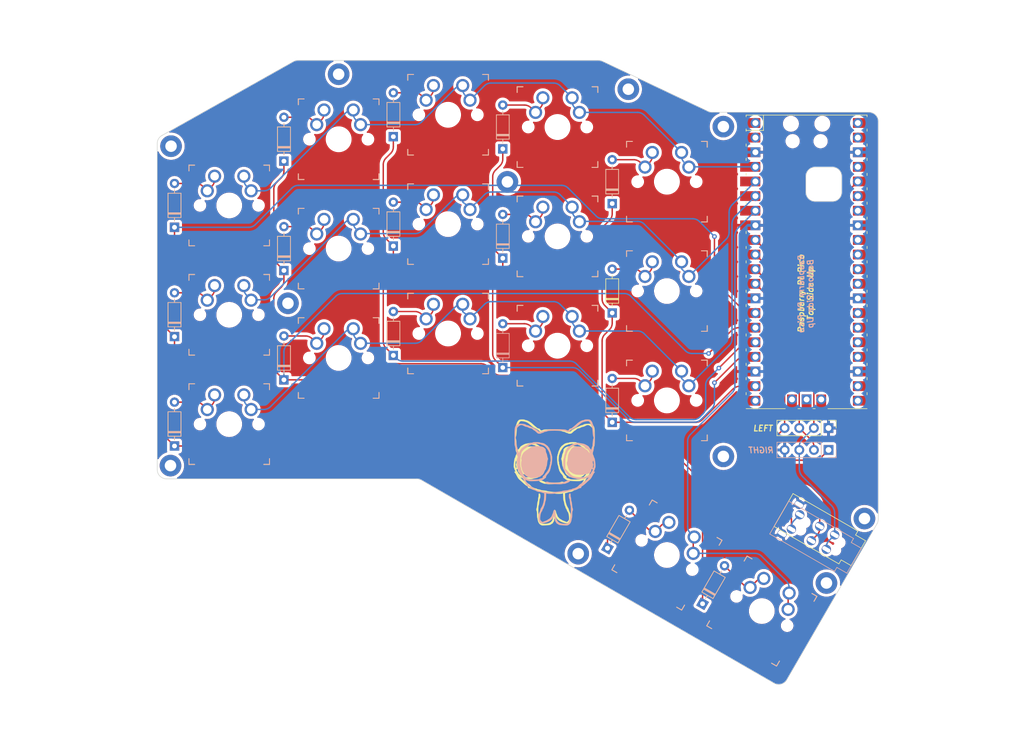
<source format=kicad_pcb>
(kicad_pcb (version 20221018) (generator pcbnew)
  (title_block (title "Eobard Split Keyboard") (date "2024-01-12") (rev "0.2.5") (company "by viniciusbrit"))
  (layers (0 "F.Cu" signal) (31 "B.Cu" signal) (34 "B.Paste" user) (35 "F.Paste" user) (36 "B.SilkS" user "B.Silkscreen") (37 "F.SilkS" user "F.Silkscreen") (38 "B.Mask" user) (39 "F.Mask" user) (44 "Edge.Cuts" user))
  (net 0 "")
  (net 1 "COL1")
  (net 2 "Net-(D1-A)")
  (net 3 "COL2")
  (net 4 "Net-(D2-A)")
  (net 5 "COL3")
  (net 6 "Net-(D3-A)")
  (net 7 "COL4")
  (net 8 "Net-(D4-A)")
  (net 9 "COL5")
  (net 10 "Net-(D5-A)")
  (net 11 "Net-(D6-A)")
  (net 12 "Net-(D7-A)")
  (net 13 "Net-(D8-A)")
  (net 14 "Net-(D9-A)")
  (net 15 "Net-(D10-A)")
  (net 16 "Net-(D11-A)")
  (net 17 "Net-(D12-A)")
  (net 18 "Net-(D13-A)")
  (net 19 "Net-(D14-A)")
  (net 20 "Net-(D15-A)")
  (net 21 "Net-(D16-A)")
  (net 22 "Net-(D17-A)")
  (net 23 "GND")
  (net 24 "UART RX")
  (net 25 "UART TX")
  (net 26 "OLED_SCL")
  (net 27 "OLED_SDA")
  (net 28 "VCC")
  (net 29 "LINE1")
  (net 30 "LINE2")
  (net 31 "LINE3")
  (net 32 "LINE4")
  (footprint "keyswitches:SW_MX_reversible" (layer "F.Cu") (at 109.5 52.695)
    (fp_text reference "SW2" hide)
    (fp_text value "SW_SPST")
  )
  (footprint "keyswitches:SW_MX_reversible" (layer "F.Cu") (at 128.5 67.445)
    (fp_text reference "SW8" hide)
    (fp_text value "SW_SPST")
  )
  (footprint "keyswitches:SW_MX_reversible" (layer "F.Cu") (at 109.5 71.695)
    (fp_text reference "SW7" hide)
    (fp_text value "SW_SPST")
  )
  (footprint "keyswitches:SW_MX_reversible" (layer "F.Cu") (at 166.5 98.07)
    (fp_text reference "SW15" hide)
    (fp_text value "SW_SPST")
  )
  (footprint "keyswitches:SW_MX_reversible" (layer "F.Cu") (at 147.5 88.57)
    (fp_text reference "SW14" hide)
    (fp_text value "SW_SPST")
  )
  (footprint "Diode_THT:D_DO-35_SOD27_P7.62mm_Horizontal" (layer "F.Cu") (at 119 71.245 90)
    (fp_text reference "D8" hide)
    (fp_text value "1N4148")
  )
  (footprint "Diode_THT:D_DO-35_SOD27_P7.62mm_Horizontal" (layer "F.Cu") (at 100 56.495 90)
    (fp_text reference "D2" hide)
    (fp_text value "1N4148")
  )
  (footprint "keyswitches:SW_MX_reversible" (layer "F.Cu") (at 147.5 50.57)
    (fp_text reference "SW4" hide)
    (fp_text value "SW_SPST")
  )
  (footprint "keyswitches:SW_MX_reversible" (layer "F.Cu") (at 147.5 69.57)
    (fp_text reference "SW9" hide)
    (fp_text value "SW_SPST")
  )
  (footprint "Diode_THT:D_DO-35_SOD27_P7.62mm_Horizontal" (layer "F.Cu") (at 119 90.245 90)
    (fp_text reference "D13" hide)
    (fp_text value "1N4148")
  )
  (footprint "Diode_THT:D_DO-35_SOD27_P7.62mm_Horizontal" (layer "F.Cu") (at 138 54.37 90)
    (fp_text reference "D4" hide)
    (fp_text value "1N4148")
  )
  (footprint "Connector_PinHeader_2.54mm:PinHeader_1x04_P2.54mm_Vertical" (layer "F.Cu") (at 194.554 102.87 -90)
    (fp_text reference "J4" hide)
    (fp_text value "LEFT SSD1306 0.91 OLED 4pin")
  )
  (footprint "keyswitches:SW_MX_reversible" (layer "F.Cu") (at 182.976 134.673 -30)
    (fp_text reference "SW17" hide)
    (fp_text value "SW_SPST")
  )
  (footprint "keyswitches:SW_MX_reversible" (layer "F.Cu") (at 90.5 64.195)
    (fp_text reference "SW1" hide)
    (fp_text value "SW_SPST")
  )
  (footprint "MCU_RaspberryPi_and_Boards:RPi_Pico_SMD_TH" (layer "F.Cu") (at 190.754 74)
    (fp_text reference "U1" hide)
    (fp_text value "Pico")
  )
  (footprint "Diode_THT:D_DO-35_SOD27_P7.62mm_Horizontal" (layer "F.Cu") (at 119 52.245 90)
    (fp_text reference "D3" hide)
    (fp_text value "1N4148")
  )
  (footprint "keyswitches:SW_MX_reversible" (layer "F.Cu") (at 90.5 83.195)
    (fp_text reference "SW6" hide)
    (fp_text value "SW_SPST")
  )
  (footprint "keyswitches:SW_MX_reversible" (layer "F.Cu") (at 109.5 90.695)
    (fp_text reference "SW12" hide)
    (fp_text value "SW_SPST")
  )
  (footprint "keyswitches:SW_MX_reversible" (layer "F.Cu") (at 166.5 79.07)
    (fp_text reference "SW10" hide)
    (fp_text value "SW_SPST")
  )
  (footprint "Diode_THT:D_DO-35_SOD27_P7.62mm_Horizontal" (layer "F.Cu") (at 81 67.995 90)
    (fp_text reference "D1" hide)
    (fp_text value "1N4148")
  )
  (footprint "Diode_THT:D_DO-35_SOD27_P7.62mm_Horizontal" (layer "F.Cu") (at 81 86.995 90)
    (fp_text reference "D6" hide)
    (fp_text value "1N4148")
  )
  (footprint "keyswitches:SW_MX_reversible" (layer "F.Cu") (at 128.5 86.445)
    (fp_text reference "SW13" hide)
    (fp_text value "SW_SPST")
  )
  (footprint "Diode_THT:D_DO-35_SOD27_P7.62mm_Horizontal" (layer "F.Cu") (at 100 75.495 90)
    (fp_text reference "D7" hide)
    (fp_text value "1N4148")
  )
  (footprint "PJ-320A_Library:PJ-320A" (layer "F.Cu") (at 198.638234 126.524488 150)
    (fp_text reference "J3" hide)
    (fp_text value "UART Jack Right")
  )
  (footprint "Diode_THT:D_DO-35_SOD27_P7.62mm_Horizontal" (layer "F.Cu") (at 157 101.87 90)
    (fp_text reference "D15" hide)
    (fp_text value "1N4148")
  )
  (footprint "Diode_THT:D_DO-35_SOD27_P7.62mm_Horizontal" (layer "F.Cu") (at 138 73.37 90)
    (fp_text reference "D9" hide)
    (fp_text value "1N4148")
  )
  (footprint "Eobard-SVG-Files:ADHD-Creature" (layer "F.Cu") (at 147 110)
    (fp_text reference "G***" hide)
    (fp_text value "LOGO" hide)
  )
  (footprint "keyswitches:SW_MX_reversible" (layer "F.Cu") (at 166.5 124.94 -30)
    (fp_text reference "SW16" hide)
    (fp_text value "SW_SPST")
  )
  (footprint "Diode_THT:D_DO-35_SOD27_P7.62mm_Horizontal" (layer "F.Cu") (at 157 82.87 90)
    (fp_text reference "D10" hide)
    (fp_text value "1N4148")
  )
  (footprint "Diode_THT:D_DO-35_SOD27_P7.62mm_Horizontal" (layer "F.Cu") (at 81 105.995 90)
    (fp_text reference "D11" hide)
    (fp_text value "1N4148")
  )
  (footprint "keyswitches:SW_MX_reversible" (layer "F.Cu") (at 90.5 102.195)
    (fp_text reference "SW11" hide)
    (fp_text value "SW_SPST")
  )
  (footprint "Diode_THT:D_DO-35_SOD27_P7.62mm_Horizontal" (layer "F.Cu") (at 157 63.87 90)
    (fp_text reference "D5" hide)
    (fp_text value "1N4148" hide)
  )
  (footprint "keyswitches:SW_MX_reversible" (layer "F.Cu") (at 128.5 48.445)
    (fp_text reference "SW3" hide)
    (fp_text value "SW_SPST")
  )
  (footprint "Diode_THT:D_DO-35_SOD27_P7.62mm_Horizontal" (layer "F.Cu") (at 100 94.495 90)
    (fp_text reference "D12" hide)
    (fp_text value "1N4148")
  )
  (footprint "Diode_THT:D_DO-35_SOD27_P7.62mm_Horizontal" (layer "F.Cu") (at 172.689 133.400557 60)
    (fp_text reference "D17" hide)
    (fp_text value "1N4148")
  )
  (footprint "Diode_THT:D_DO-35_SOD27_P7.62mm_Horizontal" (layer "F.Cu") (at 156.179 123.748557 60)
    (fp_text reference "D16" hide)
    (fp_text value "1N4148")
  )
  (footprint "keyswitches:SW_MX_reversible" (layer "F.Cu") (at 166.5 60.07)
    (fp_text reference "SW5" hide)
    (fp_text value "SW_SPST")
  )
  (footprint "Diode_THT:D_DO-35_SOD27_P7.62mm_Horizontal" (layer "B.Cu") (at 138 73.37 90)
    (fp_text reference "D9" hide)
    (fp_text value "1N4148")
  )
  (footprint "Diode_THT:D_DO-35_SOD27_P7.62mm_Horizontal" (layer "B.Cu") (at 172.689 133.400557 60)
    (fp_text reference "D17" hide)
    (fp_text value "1N4148")
  )
  (footprint "Diode_THT:D_DO-35_SOD27_P7.62mm_Horizontal" (layer "B.Cu") (at 157 63.87 90)
    (fp_text reference "D5" hide)
    (fp_text value "1N4148" hide)
  )
  (footprint "Diode_THT:D_DO-35_SOD27_P7.62mm_Horizontal" (layer "B.Cu") (at 156.179 123.748557 60)
    (fp_text reference "D16" hide)
    (fp_text value "1N4148")
  )
  (footprint "Diode_THT:D_DO-35_SOD27_P7.62mm_Horizontal" (layer "B.Cu") (at 81 67.995 90)
    (fp_text reference "D1" hide)
    (fp_text value "1N4148")
  )
  (footprint "Diode_THT:D_DO-35_SOD27_P7.62mm_Horizontal" (layer "B.Cu") (at 119 52.245 90)
    (fp_text reference "D3" hide)
    (fp_text value "1N4148")
  )
  (footprint "Diode_THT:D_DO-35_SOD27_P7.62mm_Horizontal" (layer "B.Cu") (at 81 105.995 90)
    (fp_text reference "D11" hide)
    (fp_text value "1N4148")
  )
  (footprint "Diode_THT:D_DO-35_SOD27_P7.62mm_Horizontal" (layer "B.Cu") (at 100 75.495 90)
    (fp_text reference "D7" hide)
    (fp_text value "1N4148")
  )
  (footprint "Diode_THT:D_DO-35_SOD27_P7.62mm_Horizontal" (layer "B.Cu") (at 138 54.37 90)
    (fp_text reference "D4" hide)
    (fp_text value "1N4148")
  )
  (footprint "Diode_THT:D_DO-35_SOD27_P7.62mm_Horizontal" (layer "B.Cu") (at 119 90.245 90)
    (fp_text reference "D13" hide)
    (fp_text value "1N4148")
  )
  (footprint "Eobard-SVG-Files:ADHD-Creature" (layer "B.Cu") (at 147 110 180)
    (fp_text reference "G***" hide)
    (fp_text value "LOGO" hide)
  )
  (footprint "Diode_THT:D_DO-35_SOD27_P7.62mm_Horizontal" (layer "B.Cu") (at 81 86.995 90)
    (fp_text reference "D6" hide)
    (fp_text value "1N4148")
  )
  (footprint "Connector_PinHeader_2.54mm:PinHeader_1x04_P2.54mm_Vertical" (layer "B.Cu") (at 194.564 106.68 90)
    (fp_text reference "J2" hide)
    (fp_text value "RIGHT SSD1306 0.91 OLED 4pin")
  )
  (footprint "Diode_THT:D_DO-35_SOD27_P7.62mm_Horizontal" (layer "B.Cu") (at 157 101.87 90)
    (fp_text reference "D15" hide)
    (fp_text value "1N4148")
  )
  (footprint "Diode_THT:D_DO-35_SOD27_P7.62mm_Horizontal" (layer "B.Cu") (at 100 56.495 90)
    (fp_text reference "D2" hide)
    (fp_text value "1N4148")
  )
  (footprint "Diode_THT:D_DO-35_SOD27_P7.62mm_Horizontal" (layer "B.Cu") (at 138 92.37 90)
    (fp_text reference "D14" hide)
    (fp_text value "1N4148")
  )
  (footprint "Diode_THT:D_DO-35_SOD27_P7.62mm_Horizontal" (layer "B.Cu") (at 119 71.245 90)
    (fp_text reference "D8" hide)
    (fp_text value "1N4148")
  )
  (footprint "Diode_THT:D_DO-35_SOD27_P7.62mm_Horizontal" (layer "B.Cu") (at 100 94.495 90)
    (fp_text reference "D12" hide)
    (fp_text value "1N4148")
  )
  (footprint "PJ-320A_Library:PJ-320A" (layer "B.Cu") (at 200.088234 124.014488 150)
    (fp_text reference "J1" hide)
    (fp_text value "UART JACK LEFT")
  )
  (gr_line (start 154.637575 39) (end 102.421741 39) (stroke (width 0.1)) (layer "Edge.Cuts"))
  (gr_line (start 195.24 63.5) (end 192.237 63.5) (stroke (width 0.1)) (layer "Edge.Cuts"))
  (gr_arc (start 201.59 48.006) (mid 202.728442 48.477558) (end 203.2 49.616) (stroke (width 0.1)) (layer "Edge.Cuts"))
  (gr_arc (start 195.24 57.531) (mid 196.378442 58.002558) (end 196.85 59.141) (stroke (width 0.1)) (layer "Edge.Cuts"))
  (gr_line (start 187.304751 146.6086) (end 202.983682 119.50001) (stroke (width 0.1)) (layer "Edge.Cuts"))
  (gr_line (start 203.2 118.693939) (end 203.2 49.616) (stroke (width 0.1)) (layer "Edge.Cuts"))
  (gr_line (start 192.237 57.531) (end 195.24 57.531) (stroke (width 0.1)) (layer "Edge.Cuts"))
  (gr_arc (start 187.304751 146.6086) (mid 186.327847 147.357648) (end 185.107283 147.19753) (stroke (width 0.1)) (layer "Edge.Cuts"))
  (gr_line (start 79.61 111.7) (end 123.069353 111.7) (stroke (width 0.1)) (layer "Edge.Cuts"))
  (gr_line (start 190.627 61.89) (end 190.627 59.141) (stroke (width 0.1)) (layer "Edge.Cuts"))
  (gr_arc (start 190.627 59.141) (mid 191.098558 58.002558) (end 192.237 57.531) (stroke (width 0.1)) (layer "Edge.Cuts"))
  (gr_line (start 185.107283 147.19753) (end 123.873139 111.914999) (stroke (width 0.1)) (layer "Edge.Cuts"))
  (gr_arc (start 203.2 118.693939) (mid 203.144971 119.111231) (end 202.983682 119.50001) (stroke (width 0.1)) (layer "Edge.Cuts"))
  (gr_arc (start 174.352425 48.006) (mid 173.998846 47.9667) (end 173.662534 47.8507) (stroke (width 0.1)) (layer "Edge.Cuts"))
  (gr_arc (start 123.069353 111.7) (mid 123.485375 111.754678) (end 123.873139 111.914999) (stroke (width 0.1)) (layer "Edge.Cuts"))
  (gr_arc (start 79.61 111.7) (mid 78.471558 111.228442) (end 78 110.09) (stroke (width 0.1)) (layer "Edge.Cuts"))
  (gr_arc (start 196.85 61.89) (mid 196.378442 63.028442) (end 195.24 63.5) (stroke (width 0.1)) (layer "Edge.Cuts"))
  (gr_line (start 101.63242 39.206763) (end 78.82068 52.038368) (stroke (width 0.1)) (layer "Edge.Cuts"))
  (gr_arc (start 101.63242 39.206763) (mid 102.013766 39.052558) (end 102.421741 39) (stroke (width 0.1)) (layer "Edge.Cuts"))
  (gr_arc (start 78 53.441604) (mid 78.220233 52.628802) (end 78.82068 52.038368) (stroke (width 0.1)) (layer "Edge.Cuts"))
  (gr_arc (start 154.637575 39) (mid 154.991154 39.0393) (end 155.327466 39.1553) (stroke (width 0.1)) (layer "Edge.Cuts"))
  (gr_line (start 173.662534 47.8507) (end 155.327466 39.1553) (stroke (width 0.1)) (layer "Edge.Cuts"))
  (gr_line (start 78 53.441604) (end 78 110.09) (stroke (width 0.1)) (layer "Edge.Cuts"))
  (gr_line (start 196.85 59.141) (end 196.85 61.89) (stroke (width 0.1)) (layer "Edge.Cuts"))
  (gr_line (start 201.59 48.006) (end 174.352425 48.006) (stroke (width 0.1)) (layer "Edge.Cuts"))
  (gr_arc (start 192.237 63.5) (mid 191.098558 63.028442) (end 190.627 61.89) (stroke (width 0.1)) (layer "Edge.Cuts"))
  (gr_text "RIGHT" (at 185.166 107.315) (layer "B.SilkS") (effects (font (size 1 1) (thickness 0.2) bold italic) (justify left bottom mirror)))
  (gr_text "Raspberry Pi Pico\nBottom Side Up" (at 192 79.5 90) (layer "B.SilkS") (effects (font (size 1 1) (thickness 0.2) bold italic) (justify bottom mirror)))
  (gr_text "LEFT" (at 181.356 103.505) (layer "F.SilkS") (effects (font (size 1 1) (thickness 0.2) bold italic) (justify left bottom)))
  (gr_text "Raspberry Pi Pico\nTop Side Up" (at 192 79.5 90) (layer "F.SilkS") (effects (font (size 1 1) (thickness 0.2) bold italic) (justify bottom)))
  (via (at 176.3 107.8) (size 3.75) (drill 2) (layers "F.Cu" "B.Cu") (net 0))
  (via (at 100.7 81.2) (size 3.75) (drill 2) (layers "F.Cu" "B.Cu") (net 0))
  (via (at 194.2 129.8) (size 3.75) (drill 2) (layers "F.Cu" "B.Cu") (net 0))
  (via (at 159.8 44) (size 3.75) (drill 2) (layers "F.Cu" "B.Cu") (net 0))
  (via (at 151.1 124.7) (size 3.75) (drill 2) (layers "F.Cu" "B.Cu") (net 0))
  (via (at 176.3 50.5) (size 3.75) (drill 2) (layers "F.Cu" "B.Cu") (net 0))
  (via (at 80.3 109.4) (size 3.75) (drill 2) (layers "F.Cu" "B.Cu") (net 0))
  (via (at 138.8 60.1) (size 3.75) (drill 2) (layers "F.Cu" "B.Cu") (net 0))
  (via (at 80.4 53.9) (size 3.75) (drill 2) (layers "F.Cu" "B.Cu") (net 0))
  (via (at 109.5 41.4) (size 3.75) (drill 2) (layers "F.Cu" "B.Cu") (net 0))
  (via (at 200.8 118.6) (size 3.75) (drill 2) (layers "F.Cu" "B.Cu") (net 0))
  (segment (start 181.082427 82.89) (end 181.864 82.89) (width 0.25) (layer "F.Cu") (net 1))
  (segment (start 81 69.767116) (end 81 67.995) (width 0.25) (layer "F.Cu") (net 1))
  (segment (start 137.444488 94.234) (end 145.25472 94.234) (width 0.25) (layer "F.Cu") (net 1))
  (segment (start 174.752 69.596) (end 174.752 76.559573) (width 0.25) (layer "F.Cu") (net 1))
  (segment (start 81 105.995) (end 79.719558 104.714558) (width 0.25) (layer "F.Cu") (net 1))
  (segment (start 105.179568 94.996) (end 114.649116 94.996) (width 0.25) (layer "F.Cu") (net 1))
  (segment (start 93.985242 105.523442) (end 104.041126 95.467558) (width 0.25) (layer "F.Cu") (net 1))
  (segment (start 135.217162 92.673558) (end 136.306046 93.762442) (width 0.25) (layer "F.Cu") (net 1))
  (segment (start 79.719558 90.714442) (end 80.528442 89.905558) (width 0.25) (layer "F.Cu") (net 1))
  (segment (start 175.337787 77.973787) (end 179.668214 82.304214) (width 0.25) (layer "F.Cu") (net 1))
  (segment (start 115.787558 94.524442) (end 117.638442 92.673558) (width 0.25) (layer "F.Cu") (net 1))
  (segment (start 79.719558 71.714442) (end 80.528442 70.905558) (width 0.25) (layer "F.Cu") (net 1))
  (segment (start 118.776884 92.202) (end 134.07872 92.202) (width 0.25) (layer "F.Cu") (net 1))
  (segment (start 79.248 84.576116) (end 79.248 72.852884) (width 0.25) (layer "F.Cu") (net 1))
  (segment (start 79.248 103.576116) (end 79.248 91.852884) (width 0.25) (layer "F.Cu") (net 1))
  (segment (start 81 86.995) (end 79.719558 85.714558) (width 0.25) (layer "F.Cu") (net 1))
  (segment (start 146.393162 94.705558) (end 155.707442 104.019838) (width 0.25) (layer "F.Cu") (net 1))
  (segment (start 81 88.767116) (end 81 86.995) (width 0.25) (layer "F.Cu") (net 1))
  (segment (start 156.179 105.15828) (end 156.179 123.748557) (width 0.25) (layer "F.Cu") (net 1))
  (segment (start 81 105.995) (end 92.8468 105.995) (width 0.25) (layer "F.Cu") (net 1))
  (via (at 174.752 69.596) (size 0.8) (drill 0.4) (layers "F.Cu" "B.Cu") (net 1))
  (arc (start 115.787558 94.524442) (mid 115.265236 94.873446) (end 114.649116 94.996) (width 0.25) (layer "F.Cu") (net 1))
  (arc (start 145.25472 94.234) (mid 145.87084 94.356554) (end 146.393162 94.705558) (width 0.25) (layer "F.Cu") (net 1))
  (arc (start 79.719558 71.714442) (mid 79.370554 72.236764) (end 79.248 72.852884) (width 0.25) (layer "F.Cu") (net 1))
  (arc (start 179.668214 82.304214) (mid 180.31706 82.737759) (end 181.082427 82.89) (width 0.25) (layer "F.Cu") (net 1))
  (arc (start 174.752 76.559573) (mid 174.904241 77.32494) (end 175.337787 77.973787) (width 0.25) (layer "F.Cu") (net 1))
  (arc (start 105.179568 94.996) (mid 104.563448 95.118554) (end 104.041126 95.467558) (width 0.25) (layer "F.Cu") (net 1))
  (arc (start 117.638442 92.673558) (mid 118.160764 92.324554) (end 118.776884 92.202) (width 0.25) (layer "F.Cu") (net 1))
  (arc (start 134.07872 92.202) (mid 134.69484 92.324554) (end 135.217162 92.673558) (width 0.25) (layer "F.Cu") (net 1))
  (arc (start 79.719558 104.714558) (mid 79.370554 104.192236) (end 79.248 103.576116) (width 0.25) (layer "F.Cu") (net 1))
  (arc (start 93.985242 105.523442) (mid 93.46292 105.872446) (end 92.8468 105.995) (width 0.25) (layer "F.Cu") (net 1))
  (arc (start 79.248 91.852884) (mid 79.370554 91.236764) (end 79.719558 90.714442) (width 0.25) (layer "F.Cu") (net 1))
  (arc (start 80.528442 70.905558) (mid 80.877446 70.383236) (end 81 69.767116) (width 0.25) (layer "F.Cu") (net 1))
  (arc (start 156.179 105.15828) (mid 156.056446 104.54216) (end 155.707442 104.019838) (width 0.25) (layer "F.Cu") (net 1))
  (arc (start 79.719558 85.714558) (mid 79.370554 85.192236) (end 79.248 84.576116) (width 0.25) (layer "F.Cu") (net 1))
  (arc (start 137.444488 94.234) (mid 136.828368 94.111446) (end 136.306046 93.762442) (width 0.25) (layer "F.Cu") (net 1))
  (arc (start 81 88.767116) (mid 80.877446 89.383236) (end 80.528442 89.905558) (width 0.25) (layer "F.Cu") (net 1))
  (segment (start 149.350558 61.177558) (end 154.214442 66.041442) (width 0.25) (layer "B.Cu") (net 1))
  (segment (start 102.520884 60.706) (end 138.176 60.706) (width 0.25) (layer "B.Cu") (net 1))
  (segment (start 101.346 61.214) (end 101.382442 61.177558) (width 0.25) (layer "B.Cu") (net 1))
  (segment (start 81 67.995) (end 93.898116 67.995) (width 0.25) (layer "B.Cu") (net 1))
  (segment (start 95.036558 67.523442) (end 101.346 61.214) (width 0.25) (layer "B.Cu") (net 1))
  (segment (start 138.176 60.706) (end 148.212116 60.706) (width 0.25) (layer "B.Cu") (net 1))
  (segment (start 155.352884 66.513) (end 171.002116 66.513) (width 0.25) (layer "B.Cu") (net 1))
  (segment (start 172.140558 66.984558) (end 174.752 69.596) (width 0.25) (layer "B.Cu") (net 1))
  (arc (start 102.520884 60.706) (mid 101.904764 60.828554) (end 101.382442 61.177558) (width 0.25) (layer "B.Cu") (net 1))
  (arc (start 155.352884 66.513) (mid 154.736764 66.390446) (end 154.214442 66.041442) (width 0.25) (layer "B.Cu") (net 1))
  (arc (start 148.212116 60.706) (mid 148.828236 60.828554) (end 149.350558 61.177558) (width 0.25) (layer "B.Cu") (net 1))
  (arc (start 172.140558 66.984558) (mid 171.618236 66.635554) (end 171.002116 66.513) (width 0.25) (layer "B.Cu") (net 1))
  (arc (start 95.036558 67.523442) (mid 94.514236 67.872446) (end 93.898116 67.995) (width 0.25) (layer "B.Cu") (net 1))
  (segment (start 87.96 59.718116) (end 87.96 59.115) (width 0.25) (layer "F.Cu") (net 2))
  (segment (start 86.69 61.655) (end 87.488442 60.856558) (width 0.25) (layer "F.Cu") (net 2))
  (segment (start 85.881558 60.846558) (end 86.69 61.655) (width 0.25) (layer "F.Cu") (net 2))
  (segment (start 81 60.375) (end 84.743116 60.375) (width 0.25) (layer "F.Cu") (net 2))
  (arc (start 85.881558 60.846558) (mid 85.359236 60.497554) (end 84.743116 60.375) (width 0.25) (layer "F.Cu") (net 2))
  (arc (start 87.488442 60.856558) (mid 87.837446 60.334236) (end 87.96 59.718116) (width 0.25) (layer "F.Cu") (net 2))
  (segment (start 100 94.495) (end 98.719558 93.214558) (width 0.25) (layer "F.Cu") (net 3))
  (segment (start 100 77.267116) (end 100 75.495) (width 0.25) (layer "F.Cu") (net 3))
  (segment (start 155.230442 102.906442) (end 146.521558 94.197558) (width 0.25) (layer "F.Cu") (net 3))
  (segment (start 98.719558 60.214442) (end 99.528442 59.405558) (width 0.25) (layer "F.Cu") (net 3))
  (segment (start 134.207116 91.694) (end 118.522884 91.694) (width 0.25) (layer "F.Cu") (net 3))
  (segment (start 136.434442 93.254442) (end 135.345558 92.165558) (width 0.25) (layer "F.Cu") (net 3))
  (segment (start 163.163116 103.378) (end 156.368884 103.378) (width 0.25) (layer "F.Cu") (net 3))
  (segment (start 100 75.495) (end 98.719558 74.214558) (width 0.25) (layer "F.Cu") (net 3))
  (segment (start 114.388116 94.495) (end 100 94.495) (width 0.25) (layer "F.Cu") (net 3))
  (segment (start 98.719558 79.214442) (end 99.528442 78.405558) (width 0.25) (layer "F.Cu") (net 3))
  (segment (start 145.383116 93.726) (end 137.572884 93.726) (width 0.25) (layer "F.Cu") (net 3))
  (segment (start 179.050427 85.43) (end 181.864 85.43) (width 0.25) (layer "F.Cu") (net 3))
  (segment (start 172.689 133.400557) (end 172.689 112.903884) (width 0.25) (layer "F.Cu") (net 3))
  (segment (start 173.736 89.916) (end 177.636214 86.015786) (width 0.25) (layer "F.Cu") (net 3))
  (segment (start 98.248 73.076116) (end 98.248 61.352884) (width 0.25) (layer "F.Cu") (net 3))
  (segment (start 100 58.267116) (end 100 56.495) (width 0.25) (layer "F.Cu") (net 3))
  (segment (start 117.384442 92.165558) (end 115.526558 94.023442) (width 0.25) (layer "F.Cu") (net 3))
  (segment (start 172.217442 111.765442) (end 164.301558 103.849558) (width 0.25) (layer "F.Cu") (net 3))
  (segment (start 98.248 92.076116) (end 98.248 80.352884) (width 0.25) (layer "F.Cu") (net 3))
  (via (at 173.736 89.916) (size 0.8) (drill 0.4) (layers "F.Cu" "B.Cu") (net 3))
  (arc (start 98.719558 74.214558) (mid 98.370554 73.692236) (end 98.248 73.076116) (width 0.25) (layer "F.Cu") (net 3))
  (arc (start 155.230442 102.906442) (mid 155.752764 103.255446) (end 156.368884 103.378) (width 0.25) (layer "F.Cu") (net 3))
  (arc (start 179.050427 85.43) (mid 178.28506 85.582241) (end 177.636214 86.015786) (width 0.25) (layer "F.Cu") (net 3))
  (arc (start 98.248 61.352884) (mid 98.370554 60.736764) (end 98.719558 60.214442) (width 0.25) (layer "F.Cu") (net 3))
  (arc (start 98.719558 93.214558) (mid 98.370554 92.692236) (end 98.248 92.076116) (width 0.25) (layer "F.Cu") (net 3))
  (arc (start 100 77.267116) (mid 99.877446 77.883236) (end 99.528442 78.405558) (width 0.25) (layer "F.Cu") (net 3))
  (arc (start 118.522884 91.694) (mid 117.906764 91.816554) (end 117.384442 92.165558) (width 0.25) (layer "F.Cu") (net 3))
  (arc (start 98.248 80.352884) (mid 98.370554 79.736764) (end 98.719558 79.214442) (width 0.25) (layer "F.Cu") (net 3))
  (arc (start 172.217442 111.765442) (mid 172.566446 112.287764) (end 172.689 112.903884) (width 0.25) (layer "F.Cu") (net 3))
  (arc (start 145.383116 93.726) (mid 145.999236 93.848554) (end 146.521558 94.197558) (width 0.25) (layer "F.Cu") (net 3))
  (arc (start 164.301558 103.849558) (mid 163.779236 103.500554) (end 163.163116 103.378) (width 0.25) (layer "F.Cu") (net 3))
  (arc (start 134.207116 91.694) (mid 134.823236 91.816554) (end 135.345558 92.165558) (width 0.25) (layer "F.Cu") (net 3))
  (arc (start 114.388116 94.495) (mid 115.004236 94.372446) (end 115.526558 94.023442) (width 0.25) (layer "F.Cu") (net 3))
  (arc (start 100 58.267116) (mid 99.877446 58.883236) (end 99.528442 59.405558) (width 0.25) (layer "F.Cu") (net 3))
  (arc (start 137.572884 93.726) (mid 136.956764 93.603446) (end 136.434442 93.254442) (width 0.25) (layer "F.Cu") (net 3))
  (segment (start 170.846884 89.916) (end 173.736 89.916) (width 0.25) (layer "B.Cu") (net 3))
  (segment (start 100 94.495) (end 100 89.642884) (width 0.25) (layer "B.Cu") (net 3))
  (segment (start 160.237558 79.973558) (end 169.708442 89.444442) (width 0.25) (layer "B.Cu") (net 3))
  (segment (start 100.471558 88.504442) (end 103.378 85.598) (width 0.25) (layer "B.Cu") (net 3))
  (segment (start 103.378 85.598) (end 109.002442 79.973558) (width 0.25) (layer "B.Cu") (net 3))
  (segment (start 144.272 79.502) (end 159.099116 79.502) (width 0.25) (layer "B.Cu") (net 3))
  (segment (start 110.140884 79.502) (end 144.272 79.502) (width 0.25) (layer "B.Cu") (net 3))
  (arc (start 159.099116 79.502) (mid 159.715236 79.624554) (end 160.237558 79.973558) (width 0.25) (layer "B.Cu") (net 3))
  (arc (start 169.708442 89.444442) (mid 170.230764 89.793446) (end 170.846884 89.916) (width 0.25) (layer "B.Cu") (net 3))
  (arc (start 100.471558 88.504442) (mid 100.122554 89.026764) (end 100 89.642884) (width 0.25) (layer "B.Cu") (net 3))
  (arc (start 109.002442 79.973558) (mid 109.524764 79.624554) (end 110.140884 79.502) (width 0.25) (layer "B.Cu") (net 3))
  (segment (start 104.881558 49.346558) (end 105.69 50.155) (width 0.25) (layer "F.Cu") (net 4))
  (segment (start 100 48.875) (end 103.743116 48.875) (width 0.25) (layer "F.Cu") (net 4))
  (segment (start 105.69 50.155) (end 106.488442 49.356558) (width 0.25) (layer "F.Cu") (net 4))
  (segment (start 106.96 48.218116) (end 106.96 47.615) (width 0.25) (layer "F.Cu") (net 4))
  (arc (start 103.743116 48.875) (mid 104.359236 48.997554) (end 104.881558 49.346558) (width 0.25) (layer "F.Cu") (net 4))
  (arc (start 106.96 48.218116) (mid 106.837446 48.834236) (end 106.488442 49.356558) (width 0.25) (layer "F.Cu") (net 4))
  (segment (start 117.719558 74.964442) (end 118.528442 74.155558) (width 0.25) (layer "F.Cu") (net 5))
  (segment (start 119 54.017116) (end 119 52.245) (width 0.25) (layer "F.Cu") (net 5))
  (segment (start 180.828427 87.97) (end 181.864 87.97) (width 0.25) (layer "F.Cu") (net 5))
  (segment (start 117.248 68.826116) (end 117.248 57.102884) (width 0.25) (layer "F.Cu") (net 5))
  (segment (start 119 90.245) (end 117.719558 88.964558) (width 0.25) (layer "F.Cu") (net 5))
  (segment (start 119 71.245) (end 117.719558 69.964558) (width 0.25) (layer "F.Cu") (net 5))
  (segment (start 119 73.017116) (end 119 71.245) (width 0.25) (layer "F.Cu") (net 5))
  (segment (start 117.248 87.826116) (end 117.248 76.102884) (width 0.25) (layer "F.Cu") (net 5))
  (segment (start 175.514 92.456) (end 179.414214 88.555786) (width 0.25) (layer "F.Cu") (net 5))
  (segment (start 117.719558 55.964442) (end 118.528442 55.155558) (width 0.25) (layer "F.Cu") (net 5))
  (via (at 175.514 92.456) (size 0.8) (drill 0.4) (layers "F.Cu" "B.Cu") (net 5))
  (arc (start 119 73.017116) (mid 118.877446 73.633236) (end 118.528442 74.155558) (width 0.25) (layer "F.Cu") (net 5))
  (arc (start 179.414214 88.555786) (mid 180.06306 88.122241) (end 180.828427 87.97) (width 0.25) (layer "F.Cu") (net 5))
  (arc (start 117.719558 69.964558) (mid 117.370554 69.442236) (end 117.248 68.826116) (width 0.25) (layer "F.Cu") (net 5))
  (arc (start 119 54.017116) (mid 118.877446 54.633236) (end 118.528442 55.155558) (width 0.25) (layer "F.Cu") (net 5))
  (arc (start 117.248 76.102884) (mid 117.370554 75.486764) (end 117.719558 74.964442) (width 0.25) (layer "F.Cu") (net 5))
  (arc (start 117.719558 88.964558) (mid 117.370554 88.442236) (end 117.248 87.826116) (width 0.25) (layer "F.Cu") (net 5))
  (arc (start 117.248 57.102884) (mid 117.370554 56.486764) (end 117.719558 55.964442) (width 0.25) (layer "F.Cu") (net 5))
  (segment (start 150.772954 91.716558) (end 159.988838 100.932442) (width 0.25) (layer "B.Cu") (net 5))
  (segment (start 173.699558 94.270442) (end 175.514 92.456) (width 0.25) (layer "B.Cu") (net 5))
  (segment (start 172.243162 100.932442) (end 172.756442 100.419162) (width 0.25) (layer "B.Cu") (net 5))
  (segment (start 173.228 99.28072) (end 173.228 95.408884) (width 0.25) (layer "B.Cu") (net 5))
  (segment (start 120.666884 91.245) (end 149.634512 91.245) (width 0.25) (layer "B.Cu") (net 5))
  (segment (start 119 90.245) (end 119.528442 90.773442) (width 0.25) (layer "B.Cu") (net 5))
  (segment (start 161.12728 101.404) (end 171.10472 101.404) (width 0.25) (layer "B.Cu") (net 5))
  (arc (start 171.10472 101.404) (mid 171.72084 101.281446) (end 172.243162 100.932442) (width 0.25) (layer "B.Cu") (net 5))
  (arc (start 120.666884 91.245) (mid 120.050764 91.122446) (end 119.528442 90.773442) (width 0.25) (layer "B.Cu") (net 5))
  (arc (start 159.988838 100.932442) (mid 160.51116 101.281446) (end 161.12728 101.404) (width 0.25) (layer "B.Cu") (net 5))
  (arc (start 173.228 95.408884) (mid 173.350554 94.792764) (end 173.699558 94.270442) (width 0.25) (layer "B.Cu") (net 5))
  (arc (start 173.228 99.28072) (mid 173.105446 99.89684) (end 172.756442 100.419162) (width 0.25) (layer "B.Cu") (net 5))
  (arc (start 150.772954 91.716558) (mid 150.250632 91.367554) (end 149.634512 91.245) (width 0.25) (layer "B.Cu") (net 5))
  (segment (start 124.69 45.905) (end 125.488442 45.106558) (width 0.25) (layer "F.Cu") (net 6))
  (segment (start 119 44.625) (end 122.743116 44.625) (width 0.25) (layer "F.Cu") (net 6))
  (segment (start 125.96 43.968116) (end 125.96 43.365) (width 0.25) (layer "F.Cu") (net 6))
  (segment (start 123.881558 45.096558) (end 124.69 45.905) (width 0.25) (layer "F.Cu") (net 6))
  (arc (start 122.743116 44.625) (mid 123.359236 44.747554) (end 123.881558 45.096558) (width 0.25) (layer "F.Cu") (net 6))
  (arc (start 125.96 43.968116) (mid 125.837446 44.584236) (end 125.488442 45.106558) (width 0.25) (layer "F.Cu") (net 6))
  (segment (start 180.066427 90.51) (end 181.864 90.51) (width 0.25) (layer "F.Cu") (net 7))
  (segment (start 136.248 89.951116) (end 136.248 78.227884) (width 0.25) (layer "F.Cu") (net 7))
  (segment (start 136.248 70.951116) (end 136.248 59.227884) (width 0.25) (layer "F.Cu") (net 7))
  (segment (start 138 56.142116) (end 138 54.37) (width 0.25) (layer "F.Cu") (net 7))
  (segment (start 138 73.37) (end 136.719558 72.089558) (width 0.25) (layer "F.Cu") (net 7))
  (segment (start 136.719558 58.089442) (end 137.528442 57.280558) (width 0.25) (layer "F.Cu") (net 7))
  (segment (start 136.719558 77.089442) (end 137.528442 76.280558) (width 0.25) (layer "F.Cu") (net 7))
  (segment (start 138 92.37) (end 136.719558 91.089558) (width 0.25) (layer "F.Cu") (net 7))
  (segment (start 138 75.142116) (end 138 73.37) (width 0.25) (layer "F.Cu") (net 7))
  (segment (start 174.752 94.996) (end 178.652214 91.095786) (width 0.25) (layer "F.Cu") (net 7))
  (via (at 174.752 94.996) (size 0.8) (drill 0.4) (layers "F.Cu" "B.Cu") (net 7))
  (arc (start 136.248 59.227884) (mid 136.370554 58.611764) (end 136.719558 58.089442) (width 0.25) (layer "F.Cu") (net 7))
  (arc (start 138 75.142116) (mid 137.877446 75.758236) (end 137.528442 76.280558) (width 0.25) (layer "F.Cu") (net 7))
  (arc (start 136.248 78.227884) (mid 136.370554 77.611764) (end 136.719558 77.089442) (width 0.25) (layer "F.Cu") (net 7))
  (arc (start 138 56.142116) (mid 137.877446 56.758236) (end 137.528442 57.280558) (width 0.25) (layer "F.Cu") (net 7))
  (arc (start 136.248 70.951116) (mid 136.370554 71.567236) (end 136.719558 72.089558) (width 0.25) (layer "F.Cu") (net 7))
  (arc (start 180.066427 90.51) (mid 179.30106 90.662241) (end 178.652214 91.095786) (width 0.25) (layer "F.Cu") (net 7))
  (arc (start 136.248 89.951116) (mid 136.370554 90.567236) (end 136.719558 91.089558) (width 0.25) (layer "F.Cu") (net 7))
  (segment (start 174.752 98.393116) (end 174.752 94.996) (width 0.25) (layer "B.Cu") (net 7))
  (segment (start 160.940884 101.854) (end 171.291116 101.854) (width 0.25) (layer "B.Cu") (net 7))
  (segment (start 138 92.37) (end 150.123116 92.37) (width 0.25) (layer "B.Cu") (net 7))
  (segment (start 151.261558 92.841558) (end 159.802442 101.382442) (width 0.25) (layer "B.Cu") (net 7))
  (segment (start 174.280442 99.531558) (end 172.429558 101.382442) (width 0.25) (layer "B.Cu") (net 7))
  (arc (start 160.940884 101.854) (mid 160.324764 101.731446) (end 159.802442 101.382442) (width 0.25) (layer "B.Cu") (net 7))
  (arc (start 174.752 98.393116) (mid 174.629446 99.009236) (end 174.280442 99.531558) (width 0.25) (layer "B.Cu") (net 7))
  (arc (start 150.123116 92.37) (mid 150.739236 92.492554) (end 151.261558 92.841558) (width 0.25) (layer "B.Cu") (net 7))
  (arc (start 171.291116 101.854) (mid 171.907236 101.731446) (end 172.429558 101.382442) (width 0.25) (layer "B.Cu") (net 7))
  (segment (start 143.69 48.03) (end 144.488442 47.231558) (width 0.25) (layer "F.Cu") (net 8))
  (segment (start 138 46.75) (end 141.743116 46.75) (width 0.25) (layer "F.Cu") (net 8))
  (segment (start 144.96 46.093116) (end 144.96 45.49) (width 0.25) (layer "F.Cu") (net 8))
  (segment (start 142.881558 47.221558) (end 143.69 48.03) (width 0.25) (layer "F.Cu") (net 8))
  (arc (start 141.743116 46.75) (mid 142.359236 46.872554) (end 142.881558 47.221558) (width 0.25) (layer "F.Cu") (net 8))
  (arc (start 144.488442 47.231558) (mid 144.837446 46.709236) (end 144.96 46.093116) (width 0.25) (layer "F.Cu") (net 8))
  (segment (start 179.304427 95.59) (end 181.864 95.59) (width 0.25) (layer "F.Cu") (net 9))
  (segment (start 157 82.87) (end 155.719558 81.589558) (width 0.25) (layer "F.Cu") (net 9))
  (segment (start 157 101.87) (end 155.719558 100.589558) (width 0.25) (layer "F.Cu") (net 9))
  (segment (start 157 84.642116) (end 157 82.87) (width 0.25) (layer "F.Cu") (net 9))
  (segment (start 155.248 80.451116) (end 155.248 68.727884) (width 0.25) (layer "F.Cu") (net 9))
  (segment (start 157 65.642116) (end 157 63.87) (width 0.25) (layer "F.Cu") (net 9))
  (segment (start 157 101.87) (end 171.529116 101.87) (width 0.25) (layer "F.Cu") (net 9))
  (segment (start 155.719558 86.589442) (end 156.528442 85.780558) (width 0.25) (layer "F.Cu") (net 9))
  (segment (start 155.719558 67.589442) (end 156.528442 66.780558) (width 0.25) (layer "F.Cu") (net 9))
  (segment (start 172.667558 101.398442) (end 177.890214 96.175786) (width 0.25) (layer "F.Cu") (net 9))
  (segment (start 155.248 99.451116) (end 155.248 87.727884) (width 0.25) (layer "F.Cu") (net 9))
  (arc (start 155.248 68.727884) (mid 155.370554 68.111764) (end 155.719558 67.589442) (width 0.25) (layer "F.Cu") (net 9))
  (arc (start 171.529116 101.87) (mid 172.145236 101.747446) (end 172.667558 101.398442) (width 0.25) (layer "F.Cu") (net 9))
  (arc (start 179.304427 95.59) (mid 178.53906 95.742241) (end 177.890214 96.175786) (width 0.25) (layer "F.Cu") (net 9))
  (arc (start 155.248 87.727884) (mid 155.370554 87.111764) (end 155.719558 86.589442) (width 0.25) (layer "F.Cu") (net 9))
  (arc (start 157 65.642116) (mid 156.877446 66.258236) (end 156.528442 66.780558) (width 0.25) (layer "F.Cu") (net 9))
  (arc (start 157 84.642116) (mid 156.877446 85.258236) (end 156.528442 85.780558) (width 0.25) (layer "F.Cu") (net 9))
  (arc (start 155.248 80.451116) (mid 155.370554 81.067236) (end 155.719558 81.589558) (width 0.25) (layer "F.Cu") (net 9))
  (arc (start 155.248 99.451116) (mid 155.370554 100.067236) (end 155.719558 100.589558) (width 0.25) (layer "F.Cu") (net 9))
  (segment (start 161.881558 56.721558) (end 162.69 57.53) (width 0.25) (layer "F.Cu") (net 10))
  (segment (start 157 56.25) (end 160.743116 56.25) (width 0.25) (layer "F.Cu") (net 10))
  (segment (start 162.69 57.53) (end 163.488442 56.731558) (width 0.25) (layer "F.Cu") (net 10))
  (segment (start 163.96 55.593116) (end 163.96 54.99) (width 0.25) (layer "F.Cu") (net 10))
  (arc (start 163.96 55.593116) (mid 163.837446 56.209236) (end 163.488442 56.731558) (width 0.25) (layer "F.Cu") (net 10))
  (arc (start 161.881558 56.721558) (mid 161.359236 56.372554) (end 160.743116 56.25) (width 0.25) (layer "F.Cu") (net 10))
  (segment (start 81 79.375) (end 84.743116 79.375) (width 0.25) (layer "F.Cu") (net 11))
  (segment (start 87.96 78.718116) (end 87.96 78.115) (width 0.25) (layer "F.Cu") (net 11))
  (segment (start 85.881558 79.846558) (end 86.69 80.655) (width 0.25) (layer "F.Cu") (net 11))
  (segment (start 86.69 80.655) (end 87.488442 79.856558) (width 0.25) (layer "F.Cu") (net 11))
  (arc (start 87.488442 79.856558) (mid 87.837446 79.334236) (end 87.96 78.718116) (width 0.25) (layer "F.Cu") (net 11))
  (arc (start 84.743116 79.375) (mid 85.359236 79.497554) (end 85.881558 79.846558) (width 0.25) (layer "F.Cu") (net 11))
  (segment (start 100 67.875) (end 103.743116 67.875) (width 0.25) (layer "F.Cu") (net 12))
  (segment (start 104.881558 68.346558) (end 105.69 69.155) (width 0.25) (layer "F.Cu") (net 12))
  (segment (start 106.96 67.218116) (end 106.96 66.615) (width 0.25) (layer "F.Cu") (net 12))
  (segment (start 105.69 69.155) (end 106.488442 68.356558) (width 0.25) (layer "F.Cu") (net 12))
  (arc (start 104.881558 68.346558) (mid 104.359236 67.997554) (end 103.743116 67.875) (width 0.25) (layer "F.Cu") (net 12))
  (arc (start 106.96 67.218116) (mid 106.837446 67.834236) (end 106.488442 68.356558) (width 0.25) (layer "F.Cu") (net 12))
  (segment (start 125.96 62.968116) (end 125.96 62.365) (width 0.25) (layer "F.Cu") (net 13))
  (segment (start 124.69 64.905) (end 125.488442 64.106558) (width 0.25) (layer "F.Cu") (net 13))
  (segment (start 123.881558 64.096558) (end 124.69 64.905) (width 0.25) (layer "F.Cu") (net 13))
  (segment (start 119 63.625) (end 122.743116 63.625) (width 0.25) (layer "F.Cu") (net 13))
  (arc (start 125.96 62.968116) (mid 125.837446 63.584236) (end 125.488442 64.106558) (width 0.25) (layer "F.Cu") (net 13))
  (arc (start 123.881558 64.096558) (mid 123.359236 63.747554) (end 122.743116 63.625) (width 0.25) (layer "F.Cu") (net 13))
  (segment (start 144.96 65.093116) (end 144.96 64.49) (width 0.25) (layer "F.Cu") (net 14))
  (segment (start 143.69 67.03) (end 144.488442 66.231558) (width 0.25) (layer "F.Cu") (net 14))
  (segment (start 138 65.75) (end 141.743116 65.75) (width 0.25) (layer "F.Cu") (net 14))
  (segment (start 142.881558 66.221558) (end 143.69 67.03) (width 0.25) (layer "F.Cu") (net 14))
  (arc (start 141.743116 65.75) (mid 142.359236 65.872554) (end 142.881558 66.221558) (width 0.25) (layer "F.Cu") (net 14))
  (arc (start 144.96 65.093116) (mid 144.837446 65.709236) (end 144.488442 66.231558) (width 0.25) (layer "F.Cu") (net 14))
  (segment (start 163.96 74.593116) (end 163.96 73.99) (width 0.25) (layer "F.Cu") (net 15))
  (segment (start 161.881558 75.721558) (end 162.69 76.53) (width 0.25) (layer "F.Cu") (net 15))
  (segment (start 157 75.25) (end 160.743116 75.25) (width 0.25) (layer "F.Cu") (net 15))
  (segment (start 162.69 76.53) (end 163.488442 75.731558) (width 0.25) (layer "F.Cu") (net 15))
  (arc (start 163.488442 75.731558) (mid 163.837446 75.209236) (end 163.96 74.593116) (width 0.25) (layer "F.Cu") (net 15))
  (arc (start 161.881558 75.721558) (mid 161.359236 75.372554) (end 160.743116 75.25) (width 0.25) (layer "F.Cu") (net 15))
  (segment (start 86.69 99.655) (end 87.488442 98.856558) (width 0.25) (layer "F.Cu") (net 16))
  (segment (start 87.96 97.718116) (end 87.96 97.115) (width 0.25) (layer "F.Cu") (net 16))
  (segment (start 85.881558 98.846558) (end 86.69 99.655) (width 0.25) (layer "F.Cu") (net 16))
  (segment (start 81 98.375) (end 84.743116 98.375) (width 0.25) (layer "F.Cu") (net 16))
  (arc (start 87.96 97.718116) (mid 87.837446 98.334236) (end 87.488442 98.856558) (width 0.25) (layer "F.Cu") (net 16))
  (arc (start 85.881558 98.846558) (mid 85.359236 98.497554) (end 84.743116 98.375) (width 0.25) (layer "F.Cu") (net 16))
  (segment (start 106.96 86.218116) (end 106.96 85.615) (width 0.25) (layer "F.Cu") (net 17))
  (segment (start 105.69 88.155) (end 106.488442 87.356558) (width 0.25) (layer "F.Cu") (net 17))
  (segment (start 100 86.875) (end 103.743116 86.875) (width 0.25) (layer "F.Cu") (net 17))
  (segment (start 104.881558 87.346558) (end 105.69 88.155) (width 0.25) (layer "F.Cu") (net 17))
  (arc (start 104.881558 87.346558) (mid 104.359236 86.997554) (end 103.743116 86.875) (width 0.25) (layer "F.Cu") (net 17))
  (arc (start 106.96 86.218116) (mid 106.837446 86.834236) (end 106.488442 87.356558) (width 0.25) (layer "F.Cu") (net 17))
  (segment (start 124.69 83.905) (end 125.488442 83.106558) (width 0.25) (layer "F.Cu") (net 18))
  (segment (start 123.881558 83.096558) (end 124.69 83.905) (width 0.25) (layer "F.Cu") (net 18))
  (segment (start 125.96 81.968116) (end 125.96 81.365) (width 0.25) (layer "F.Cu") (net 18))
  (segment (start 119 82.625) (end 122.743116 82.625) (width 0.25) (layer "F.Cu") (net 18))
  (arc (start 125.96 81.968116) (mid 125.837446 82.584236) (end 125.488442 83.106558) (width 0.25) (layer "F.Cu") (net 18))
  (arc (start 122.743116 82.625) (mid 123.359236 82.747554) (end 123.881558 83.096558) (width 0.25) (layer "F.Cu") (net 18))
  (segment (start 142.881558 85.221558) (end 143.69 86.03) (width 0.25) (layer "F.Cu") (net 19))
  (segment (start 138 84.75) (end 141.743116 84.75) (width 0.25) (layer "F.Cu") (net 19))
  (segment (start 143.69 86.03) (end 144.488442 85.231558) (width 0.25) (layer "F.Cu") (net 19))
  (segment (start 144.96 84.093116) (end 144.96 83.49) (width 0.25) (layer "F.Cu") (net 19))
  (arc (start 144.96 84.093116) (mid 144.837446 84.709236) (end 144.488442 85.231558) (width 0.25) (layer "F.Cu") (net 19))
  (arc (start 142.881558 85.221558) (mid 142.359236 84.872554) (end 141.743116 84.75) (width 0.25) (layer "F.Cu") (net 19))
  (segment (start 163.96 93.593116) (end 163.96 92.99) (width 0.25) (layer "F.Cu") (net 20))
  (segment (start 162.69 95.53) (end 163.488442 94.731558) (width 0.25) (layer "F.Cu") (net 20))
  (segment (start 161.881558 94.721558) (end 162.69 95.53) (width 0.25) (layer "F.Cu") (net 20))
  (segment (start 157 94.25) (end 160.743116 94.25) (width 0.25) (layer "F.Cu") (net 20))
  (arc (start 163.488442 94.731558) (mid 163.837446 94.209236) (end 163.96 93.593116) (width 0.25) (layer "F.Cu") (net 20))
  (arc (start 160.743116 94.25) (mid 161.359236 94.372554) (end 161.881558 94.721558) (width 0.25) (layer "F.Cu") (net 20))
  (segment (start 166.702031 119.270591) (end 166.840295 119.270591) (width 0.25) (layer "F.Cu") (net 21))
  (segment (start 164.341736 120.835295) (end 164.470443 120.835295) (width 0.25) (layer "F.Cu") (net 21))
  (segment (start 159.989 117.149443) (end 163.203294 120.363737) (width 0.25) (layer "F.Cu") (net 21))
  (segment (start 164.470443 120.835295) (end 165.563589 119.742149) (width 0.25) (layer "F.Cu") (net 21))
  (arc (start 165.563589 119.742149) (mid 166.085911 119.393145) (end 166.702031 119.270591) (width 0.25) (layer "F.Cu") (net 21))
  (arc (start 164.341736 120.835295) (mid 163.725616 120.712741) (end 163.203294 120.363737) (width 0.25) (layer "F.Cu") (net 21))
  (segment (start 180.932736 130.568295) (end 180.946443 130.568295) (width 0.25) (layer "F.Cu") (net 22))
  (segment (start 183.178031 129.003591) (end 183.316295 129.003591) (width 0.25) (layer "F.Cu") (net 22))
  (segment (start 176.499 126.801443) (end 179.794294 130.096737) (width 0.25) (layer "F.Cu") (net 22))
  (segment (start 180.946443 130.568295) (end 182.039589 129.475149) (width 0.25) (layer "F.Cu") (net 22))
  (arc (start 182.039589 129.475149) (mid 182.561911 129.126145) (end 183.178031 129.003591) (width 0.25) (layer "F.Cu") (net 22))
  (arc (start 180.932736 130.568295) (mid 180.316616 130.445741) (end 179.794294 130.096737) (width 0.25) (layer "F.Cu") (net 22))
  (segment (start 188.116025 120.449488) (end 188.116025 118.819589) (width 0.25) (layer "F.Cu") (net 24))
  (segment (start 183.056213 79.002213) (end 181.864 77.81) (width 0.25) (layer "F.Cu") (net 24))
  (segment (start 187.644467 117.681147) (end 184.113558 114.150238) (width 0.25) (layer "F.Cu") (net 24))
  (segment (start 183.642 113.011796) (end 183.642 80.416427) (width 0.25) (layer "F.Cu") (net 24))
  (arc (start 188.116025 118.819589) (mid 187.993471 118.203469) (end 187.644467 117.681147) (width 0.25) (layer "F.Cu") (net 24))
  (arc (start 183.642 80.416427) (mid 183.489759 79.65106) (end 183.056213 79.002213) (width 0.25) (layer "F.Cu") (net 24))
  (arc (start 184.113558 114.150238) (mid 183.764554 113.627916) (end 183.642 113.011796) (width 0.25) (layer "F.Cu") (net 24))
  (segment (start 188.116025 120.449488) (end 188.116025 120.056372) (width 0.25) (layer "B.Cu") (net 24))
  (segment (start 188.587583 118.91793) (end 189.566025 117.939488) (width 0.25) (layer "B.Cu") (net 24))
  (arc (start 188.587583 118.91793) (mid 188.238579 119.440252) (end 188.116025 120.056372) (width 0.25) (layer "B.Cu") (net 24))
  (segment (start 191.580127 122.449488) (end 192.558569 121.471046) (width 0.25) (layer "F.Cu") (net 25))
  (segment (start 192.558569 115.088569) (end 191.225558 113.755558) (width 0.25) (layer "F.Cu") (net 25))
  (segment (start 193.030127 119.939488) (end 193.030127 116.227011) (width 0.25) (layer "F.Cu") (net 25))
  (segment (start 184.404 111.442232) (end 184.404 78.638427) (width 0.25) (layer "F.Cu") (net 25))
  (segment (start 185.107326 112.812442) (end 184.875558 112.580674) (width 0.25) (layer "F.Cu") (net 25))
  (segment (start 193.030127 120.332604) (end 193.030127 119.939488) (width 0.25) (layer "F.Cu") (net 25))
  (segment (start 183.818213 77.224213) (end 181.864 75.27) (width 0.25) (layer "F.Cu") (net 25))
  (segment (start 190.087116 113.284) (end 186.245768 113.284) (width 0.25) (layer "F.Cu") (net 25))
  (arc (start 186.245768 113.284) (mid 185.629648 113.161446) (end 185.107326 112.812442) (width 0.25) (layer "F.Cu") (net 25))
  (arc (start 184.875558 112.580674) (mid 184.526554 112.058352) (end 184.404 111.442232) (width 0.25) (layer "F.Cu") (net 25))
  (arc (start 192.558569 121.471046) (mid 192.907573 120.948724) (end 193.030127 120.332604) (width 0.25) (layer "F.Cu") (net 25))
  (arc (start 193.030127 116.227011) (mid 192.907573 115.610891) (end 192.558569 115.088569) (width 0.25) (layer "F.Cu") (net 25))
  (arc (start 191.225558 113.755558) (mid 190.703236 113.406554) (end 190.087116 113.284) (width 0.25) (layer "F.Cu") (net 25))
  (arc (start 183.818213 77.224213) (mid 184.251759 77.87306) (end 184.404 78.638427) (width 0.25) (layer "F.Cu") (net 25))
  (segment (start 185.637558 104.166442) (end 186.934 102.87) (width 0.25) (layer "F.Cu") (net 26))
  (segment (start 186.348213 77.214213) (end 181.864 72.73) (width 0.25) (layer "F.Cu") (net 26))
  (segment (start 192.119116 108.458) (end 186.848884 108.458) (width 0.25) (layer "F.Cu") (net 26))
  (segment (start 185.166 106.775116) (end 185.166 105.304884) (width 0.25) (layer "F.Cu") (net 26))
  (segment (start 194.564 106.68) (end 193.257558 107.986442) (width 0.25) (layer "F.Cu") (net 26))
  (segment (start 186.934 102.87) (end 186.934 78.628427) (width 0.25) (layer "F.Cu") (net 26))
  (arc (start 193.257558 107.986442) (mid 192.735236 108.335446) (end 192.119116 108.458) (width 0.25) (layer "F.Cu") (net 26))
  (arc (start 186.348213 77.214213) (mid 186.781759 77.86306) (end 186.934 78.628427) (width 0.25) (layer "F.Cu") (net 26))
  (arc (start 185.710442 107.986442) (mid 186.232764 108.335446) (end 186.848884 108.458) (width 0.25) (layer "F.Cu") (net 26))
  (arc (start 185.637558 107.913558) (mid 185.288554 107.391236) (end 185.166 106.775116) (width 0.25) (layer "F.Cu") (net 26))
  (arc (start 185.166 105.304884) (mid 185.288554 104.688764) (end 185.637558 104.166442) (width 0.25) (layer "F.Cu") (net 26))
  (segment (start 191.552442 104.948442) (end 189.474 102.87) (width 0.25) (layer "F.Cu") (net 27))
  (segment (start 188.888213 77.214213) (end 181.864 70.19) (width 0.25) (layer "F.Cu") (net 27))
  (segment (start 189.474 102.87) (end 189.474 78.628427) (width 0.25) (layer "F.Cu") (net 27))
  (segment (start 192.024 106.68) (end 192.024 106.086884) (width 0.25) (layer "F.Cu") (net 27))
  (arc (start 192.024 106.086884) (mid 191.901446 105.470764) (end 191.552442 104.948442) (width 0.25) (layer "F.Cu") (net 27))
  (arc (start 188.888213 77.214213) (mid 189.321759 77.86306) (end 189.474 78.628427) (width 0.25) (layer "F.Cu") (net 27))
  (segment (start 198.705787 60.968213) (end 199.644 60.03) (width 0.25) (layer "F.Cu") (net 28))
  (segment (start 192.014 102.87) (end 192.014 78.721311) (width 0.25) (layer "F.Cu") (net 28))
  (segment (start 198.12 70.958457) (end 198.12 62.382427) (width 0.25) (layer "F.Cu") (net 28))
  (segment (start 192.599787 77.307097) (end 197.534214 72.37267) (width 0.25) (layer "F.Cu") (net 28))
  (arc (start 198.12 70.958457) (mid 197.967759 71.723824) (end 197.534214 72.37267) (width 0.25) (layer "F.Cu") (net 28))
  (arc (start 192.014 78.721311) (mid 192.166241 77.955944) (end 192.599787 77.307097) (width 0.25) (layer "F.Cu") (net 28))
  (arc (start 198.705787 60.968213) (mid 198.272241 61.61706) (end 198.12 62.382427) (width 0.25) (layer "F.Cu") (net 28))
  (segment (start 189.955558 104.928442) (end 192.014 102.87) (width 0.25) (layer "B.Cu") (net 28))
  (segment (start 195.042416 116.302416) (end 190.069786 111.329786) (width 0.25) (layer "B.Cu") (net 28))
  (segment (start 189.484 109.915573) (end 189.484 106.68) (width 0.25) (layer "B.Cu") (net 28))
  (segment (start 194.178203 123.949488) (end 194.178203 123.556372) (width 0.25) (layer "B.Cu") (net 28))
  (segment (start 189.484 106.68) (end 189.484 106.066884) (width 0.25) (layer "B.Cu") (net 28))
  (segment (start 194.649761 122.41793) (end 195.628203 121.439488) (width 0.25) (layer "B.Cu") (net 28))
  (segment (start 195.628203 121.439488) (end 195.628203 117.71663) (width 0.25) (layer "B.Cu") (net 28))
  (arc (start 195.628203 117.71663) (mid 195.475962 116.951263) (end 195.042416 116.302416) (width 0.25) (layer "B.Cu") (net 28))
  (arc (start 190.069786 111.329786) (mid 189.636241 110.68094) (end 189.484 109.915573) (width 0.25) (layer "B.Cu") (net 28))
  (arc (start 194.649761 122.41793) (mid 194.300757 122.940252) (end 194.178203 123.556372) (width 0.25) (layer "B.Cu") (net 28))
  (arc (start 189.484 106.066884) (mid 189.606554 105.450764) (end 189.955558 104.928442) (width 0.25) (layer "B.Cu") (net 28))
  (segment (start 126.1311 47.467584) (end 126.1311 47.463769) (width 0.25) (layer "B.Cu") (net 29))
  (segment (start 170.35 57.49) (end 170.31 57.53) (width 0.25) (layer "B.Cu") (net 29))
  (segment (start 151.31 48.03) (end 150.511558 47.231558) (width 0.25) (layer "B.Cu") (net 29))
  (segment (start 181.864 57.49) (end 170.35 57.49) (width 0.25) (layer "B.Cu") (net 29))
  (segment (start 132.31 45.905) (end 131.511558 45.106558) (width 0.25) (layer "B.Cu") (net 29))
  (segment (start 107.616435 51.228434) (end 110.758311 48.086558) (width 0.25) (layer "B.Cu") (net 29))
  (segment (start 112.04 48.218116) (end 112.04 47.615) (width 0.25) (layer "B.Cu") (net 29))
  (segment (start 131.04 43.968116) (end 131.04 43.365) (width 0.25) (layer "B.Cu") (net 29))
  (segment (start 130.896753 43.365) (end 131.04 43.365) (width 0.25) (layer "B.Cu") (net 29))
  (segment (start 126.1311 47.463769) (end 129.758311 43.836558) (width 0.25) (layer "B.Cu") (net 29))
  (segment (start 161.413116 48.03) (end 151.31 48.03) (width 0.25) (layer "B.Cu") (net 29))
  (segment (start 134.817442 43.397558) (end 132.31 45.905) (width 0.25) (layer "B.Cu") (net 29))
  (segment (start 97.665242 61.183442) (end 107.616435 51.232249) (width 0.25) (layer "B.Cu") (net 29))
  (segment (start 150.04 45.49) (end 147.947558 43.397558) (width 0.25) (layer "B.Cu") (net 29))
  (segment (start 146.809116 42.926) (end 135.955884 42.926) (width 0.25) (layer "B.Cu") (net 29))
  (segment (start 94.31 61.655) (end 93.511558 60.856558) (width 0.25) (layer "B.Cu") (net 29))
  (segment (start 169.04 54.99) (end 162.551558 48.501558) (width 0.25) (layer "B.Cu") (net 29))
  (segment (start 93.04 59.718116) (end 93.04 59.115) (width 0.25) (layer "B.Cu") (net 29))
  (segment (start 113.31 50.155) (end 122.7768 50.155) (width 0.25) (layer "B.Cu") (net 29))
  (segment (start 123.915242 49.683442) (end 126.1311 47.467584) (width 0.25) (layer "B.Cu") (net 29))
  (segment (start 169.04 55.593116) (end 169.04 54.99) (width 0.25) (layer "B.Cu") (net 29))
  (segment (start 111.896753 47.615) (end 112.04 47.615) (width 0.25) (layer "B.Cu") (net 29))
  (segment (start 107.616435 51.232249) (end 107.616435 51.228434) (width 0.25) (layer "B.Cu") (net 29))
  (segment (start 113.31 50.155) (end 112.511558 49.356558) (width 0.25) (layer "B.Cu") (net 29))
  (segment (start 94.31 61.655) (end 96.5268 61.655) (width 0.25) (layer "B.Cu") (net 29))
  (segment (start 150.04 46.093116) (end 150.04 45.49) (width 0.25) (layer "B.Cu") (net 29))
  (segment (start 170.31 57.53) (end 169.511558 56.731558) (width 0.25) (layer "B.Cu") (net 29))
  (arc (start 122.7768 50.155) (mid 123.39292 50.032446) (end 123.915242 49.683442) (width 0.25) (layer "B.Cu") (net 29))
  (arc (start 134.817442 43.397558) (mid 135.339764 43.048554) (end 135.955884 42.926) (width 0.25) (layer "B.Cu") (net 29))
  (arc (start 112.511558 49.356558) (mid 112.162554 48.834236) (end 112.04 48.218116) (width 0.25) (layer "B.Cu") (net 29))
  (arc (start 111.896753 47.615) (mid 111.280633 47.737554) (end 110.758311 48.086558) (width 0.25) (layer "B.Cu") (net 29))
  (arc (start 150.04 46.093116) (mid 150.162554 46.709236) (end 150.511558 47.231558) (width 0.25) (layer "B.Cu") (net 29))
  (arc (start 93.511558 60.856558) (mid 93.162554 60.334236) (end 93.04 59.718116) (width 0.25) (layer "B.Cu") (net 29))
  (arc (start 97.665242 61.183442) (mid 97.14292 61.532446) (end 96.5268 61.655) (width 0.25) (layer "B.Cu") (net 29))
  (arc (start 129.758311 43.836558) (mid 130.280633 43.487554) (end 130.896753 43.365) (width 0.25) (layer "B.Cu") (net 29))
  (arc (start 147.947558 43.397558) (mid 147.425236 43.048554) (end 146.809116 42.926) (width 0.25) (layer "B.Cu") (net 29))
  (arc (start 131.04 43.968116) (mid 131.162554 44.584236) (end 131.511558 45.106558) (width 0.25) (layer "B.Cu") (net 29))
  (arc (start 161.413116 48.03) (mid 162.029236 48.152554) (end 162.551558 48.501558) (width 0.25) (layer "B.Cu") (net 29))
  (arc (start 169.511558 56.731558) (mid 169.162554 56.209236) (end 169.04 55.593116) (width 0.25) (layer "B.Cu") (net 29))
  (segment (start 150.838758 66.491442) (end 150.511874 66.164558) (width 0.25) (layer "B.Cu") (net 30))
  (segment (start 130.897069 62.298) (end 131.040316 62.298) (width 0.25) (layer "B.Cu") (net 30))
  (segment (start 126.131416 66.396769) (end 129.758627 62.769558) (width 0.25) (layer "B.Cu") (net 30))
  (segment (start 168.568758 73.451442) (end 162.551874 67.434558) (width 0.25) (layer "B.Cu") (net 30))
  (segment (start 126.131416 66.400584) (end 126.131416 66.396769) (width 0.25) (layer "B.Cu") (net 30))
  (segment (start 111.897069 66.548) (end 112.040316 66.548) (width 0.25) (layer "B.Cu") (net 30))
  (segment (start 107.616751 70.165249) (end 107.616751 70.161434) (width 0.25) (layer "B.Cu") (net 30))
  (segment (start 170.31 76.53) (end 176.820442 70.019558) (width 0.25) (layer "B.Cu") (net 30))
  (segment (start 131.040316 63.568) (end 131.040316 62.298) (width 0.25) (layer "B.Cu") (net 30))
  (segment (start 112.838758 68.616442) (end 112.511874 68.289558) (width 0.25) (layer "B.Cu") (net 30))
  (segment (start 169.040316 75.193) (end 169.040316 74.589884) (width 0.25) (layer "B.Cu") (net 30))
  (segment (start 94.9772 80.588) (end 96.527116 80.588) (width 0.25) (layer "B.Cu") (net 30))
  (segment (start 170.310316 76.463) (end 169.040316 75.193) (width 0.25) (layer "B.Cu") (net 30))
  (segment (start 177.877787 64.016213) (end 181.864 60.03) (width 0.25) (layer "B.Cu") (net 30))
  (segment (start 146.809432 61.859) (end 135.9562 61.859) (width 0.25) (layer "B.Cu") (net 30))
  (segment (start 177.292 68.881116) (end 177.292 65.430427) (width 0.25) (layer "B.Cu") (net 30))
  (segment (start 93.040316 78.651116) (end 93.040316 78.048) (width 0.25) (layer "B.Cu") (net 30))
  (segment (start 150.040316 65.026116) (end 150.040316 64.423) (width 0.25) (layer "B.Cu") (net 30))
  (segment (start 150.040316 64.423) (end 147.947874 62.330558) (width 0.25) (layer "B.Cu") (net 30))
  (segment (start 134.817758 62.330558) (end 133.448758 63.699558) (width 0.25) (layer "B.Cu") (net 30))
  (segment (start 97.665558 80.116442) (end 107.616751 70.165249) (width 0.25) (layer "B.Cu") (net 30))
  (segment (start 161.413432 66.963) (end 151.9772 66.963) (width 0.25) (layer "B.Cu") (net 30))
  (segment (start 113.9772 69.088) (end 122.777116 69.088) (width 0.25) (layer "B.Cu") (net 30))
  (segment (start 123.915558 68.616442) (end 126.131416 66.400584) (width 0.25) (layer "B.Cu") (net 30))
  (segment (start 131.171874 63.699558) (end 131.040316 63.568) (width 0.25) (layer "B.Cu") (net 30))
  (segment (start 107.616751 70.161434) (end 110.758627 67.019558) (width 0.25) (layer "B.Cu") (net 30))
  (segment (start 112.040316 67.151116) (end 112.040316 66.548) (width 0.25) (layer "B.Cu") (net 30))
  (segment (start 93.838758 80.116442) (end 93.511874 79.789558) (width 0.25) (layer "B.Cu") (net 30))
  (arc (start 134.817758 62.330558) (mid 135.34008 61.981554) (end 135.9562 61.859) (width 0.25) (layer "B.Cu") (net 30))
  (arc (start 97.665558 80.116442) (mid 97.143236 80.465446) (end 96.527116 80.588) (width 0.25) (layer "B.Cu") (net 30))
  (arc (start 161.413432 66.963) (mid 162.029552 67.085554) (end 162.551874 67.434558) (width 0.25) (layer "B.Cu") (net 30))
  (arc (start 177.877787 64.016213) (mid 177.444241 64.66506) (end 177.292 65.430427) (width 0.25) (layer "B.Cu") (net 30))
  (arc (start 94.9772 80.588) (mid 94.36108 80.465446) (end 93.838758 80.116442) (width 0.25) (layer "B.Cu") (net 30))
  (arc (start 113.9772 69.088) (mid 113.36108 68.965446) (end 112.838758 68.616442) (width 0.25) (layer "B.Cu") (net 30))
  (arc (start 168.568758 73.451442) (mid 168.917762 73.973764) (end 169.040316 74.589884) (width 0.25) (layer "B.Cu") (net 30))
  (arc (start 133.448758 63.699558) (mid 132.310316 64.171116) (end 131.171874 63.699558) (width 0.25) (layer "B.Cu") (net 30))
  (arc (start 151.9772 66.963) (mid 151.36108 66.840446) (end 150.838758 66.491442) (width 0.25) (layer "B.Cu") (net 30))
  (arc (start 122.777116 69.088) (mid 123.393236 68.965446) (end 123.915558 68.616442) (width 0.25) (layer "B.Cu") (net 30))
  (arc (start 110.758627 67.019558) (mid 111.280949 66.670554) (end 111.897069 66.548) (width 0.25) (layer "B.Cu") (net 30))
  (arc (start 93.040316 78.651116) (mid 93.16287 79.267236) (end 93.511874 79.789558) (width 0.25) (layer "B.Cu") (net 30))
  (arc (start 176.820442 70.019558) (mid 177.169446 69.497236) (end 177.292 68.881116) (width 0.25) (layer "B.Cu") (net 30))
  (arc (start 146.809432 61.859) (mid 147.425552 61.981554) (end 147.947874 62.330558) (width 0.25) (layer "B.Cu") (net 30))
  (arc (start 112.040316 67.151116) (mid 112.16287 67.767236) (end 112.511874 68.289558) (width 0.25) (layer "B.Cu") (net 30))
  (arc (start 130.897069 62.298) (mid 130.280949 62.420554) (end 129.758627 62.769558) (width 0.25) (layer "B.Cu") (net 30))
  (arc (start 150.511874 66.164558) (mid 150.16287 65.642236) (end 150.040316 65.026116) (width 0.25) (layer "B.Cu") (net 30))
  (segment (start 107.616751 89.215249) (end 107.616751 89.211434) (width 0.25) (layer "B.Cu") (net 31))
  (segment (start 134.817758 81.380558) (end 133.448758 82.749558) (width 0.25) (layer "B.Cu") (net 31))
  (segment (start 131.171874 82.749558) (end 131.040316 82.618) (width 0.25) (layer "B.Cu") (net 31))
  (segment (start 93.838758 99.166442) (end 93.511874 98.839558) (width 0.25) (layer "B.Cu") (net 31))
  (segment (start 170.310316 95.513) (end 169.040316 94.243) (width 0.25) (layer "B.Cu") (net 31))
  (segment (start 177.8 87.373116) (end 177.8 67.462427) (width 0.25) (layer "B.Cu") (net 31))
  (segment (start 113.9772 88.138) (end 122.777116 88.138) (width 0.25) (layer "B.Cu") (net 31))
  (segment (start 150.838758 85.541442) (end 150.511874 85.214558) (width 0.25) (layer "B.Cu") (net 31))
  (segment (start 170.31 95.53) (end 177.328442 88.511558) (width 0.25) (layer "B.Cu") (net 31))
  (segment (start 112.040316 86.201116) (end 112.040316 85.598) (width 0.25) (layer "B.Cu") (net 31))
  (segment (start 178.385787 66.048213) (end 181.864 62.57) (width 0.25) (layer "B.Cu") (net 31))
  (segment (start 93.040316 97.701116) (end 93.040316 97.098) (width 0.25) (layer "B.Cu") (net 31))
  (segment (start 126.131416 85.446769) (end 129.758627 81.819558) (width 0.25) (layer "B.Cu") (net 31))
  (segment (start 169.040316 94.243) (end 169.040316 93.639884) (width 0.25) (layer "B.Cu") (net 31))
  (segment (start 111.897069 85.598) (end 112.040316 85.598) (width 0.25) (layer "B.Cu") (net 31))
  (segment (start 168.568758 92.501442) (end 162.551874 86.484558) (width 0.25) (layer "B.Cu") (net 31))
  (segment (start 146.809432 80.909) (end 135.9562 80.909) (width 0.25) (layer "B.Cu") (net 31))
  (segment (start 131.040316 82.618) (end 131.040316 81.348) (width 0.25) (layer "B.Cu") (net 31))
  (segment (start 107.616751 89.211434) (end 110.758627 86.069558) (width 0.25) (layer "B.Cu") (net 31))
  (segment (start 161.413432 86.013) (end 151.9772 86.013) (width 0.25) (layer "B.Cu") (net 31))
  (segment (start 123.915558 87.666442) (end 126.131416 85.450584) (width 0.25) (layer "B.Cu") (net 31))
  (segment (start 126.131416 85.450584) (end 126.131416 85.446769) (width 0.25) (layer "B.Cu") (net 31))
  (segment (start 150.040316 84.076116) (end 150.040316 83.473) (width 0.25) (layer "B.Cu") (net 31))
  (segment (start 94.9772 99.638) (end 96.527116 99.638) (width 0.25) (layer "B.Cu") (net 31))
  (segment (start 112.838758 87.666442) (end 112.511874 87.339558) (width 0.25) (layer "B.Cu") (net 31))
  (segment (start 130.897069 81.348) (end 131.040316 81.348) (width 0.25) (layer "B.Cu") (net 31))
  (segment (start 97.665558 99.166442) (end 107.616751 89.215249) (width 0.25) (layer "B.Cu") (net 31))
  (segment (start 150.040316 83.473) (end 147.947874 81.380558) (width 0.25) (layer "B.Cu") (net 31))
  (arc (start 177.8 67.462427) (mid 177.952241 66.69706) (end 178.385787 66.048213) (width 0.25) (layer "B.Cu") (net 31))
  (arc (start 133.448758 82.749558) (mid 132.310316 83.221116) (end 131.171874 82.749558) (width 0.25) (layer "B.Cu") (net 31))
  (arc (start 134.817758 81.380558) (mid 135.34008 81.031554) (end 135.9562 80.909) (width 0.25) (layer "B.Cu") (net 31))
  (arc (start 168.568758 92.501442) (mid 168.917762 93.023764) (end 169.040316 93.639884) (width 0.25) (layer "B.Cu") (net 31))
  (arc (start 111.897069 85.598) (mid 111.280949 85.720554) (end 110.758627 86.069558) (width 0.25) (layer "B.Cu") (net 31))
  (arc (start 146.809432 80.909) (mid 147.425552 81.031554) (end 147.947874 81.380558) (width 0.25) (layer "B.Cu") (net 31))
  (arc (start 177.328442 88.511558) (mid 177.677446 87.989236) (end 177.8 87.373116) (width 0.25) (layer "B.Cu") (net 31))
  (arc (start 162.551874 86.484558) (mid 162.029552 86.135554) (end 161.413432 86.013) (width 0.25) (layer "B.Cu") (net 31))
  (arc (start 96.527116 99.638) (mid 97.143236 99.515446) (end 97.665558 99.166442) (width 0.25) (layer "B.Cu") (net 31))
  (arc (start 93.040316 97.701116) (mid 93.16287 98.317236) (end 93.511874 98.839558) (width 0.25) (layer "B.Cu") (net 31))
  (arc (start 123.915558 87.666442) (mid 123.393236 88.015446) (end 122.777116 88.138) (width 0.25) (layer "B.Cu") (net 31))
  (arc (start 112.040316 86.201116) (mid 112.16287 86.817236) (end 112.511874 87.339558) (width 0.25) (layer "B.Cu") (net 31))
  (arc (start 112.838758 87.666442) (mid 113.36108 88.015446) (end 113.9772 88.138) (width 0.25) (layer "B.Cu") (net 31))
  (arc (start 129.758627 81.819558) (mid 130.280949 81.470554) (end 130.897069 81.348) (width 0.25) (layer "B.Cu") (net 31))
  (arc (start 94.9772 99.638) (mid 94.36108 99.515446) (end 93.838758 99.166442) (width 0.25) (layer "B.Cu") (net 31))
  (arc (start 151.9772 86.013) (mid 151.36108 85.890446) (end 150.838758 85.541442) (width 0.25) (layer "B.Cu") (net 31))
  (arc (start 150.040316 84.076116) (mid 150.16287 84.692236) (end 150.511874 85.214558) (width 0.25) (layer "B.Cu") (net 31))
  (segment (start 187.545557 131.713739) (end 187.715705 131.543591) (width 0.25) (layer "F.Cu") (net 32))
  (segment (start 171.069557 121.980739) (end 171.239705 121.810591) (width 0.25) (layer "F.Cu") (net 32))
  (segment (start 171.069557 124.645295) (end 171.069557 121.980739) (width 0.25) (layer "F.Cu") (net 32))
  (segment (start 187.545557 134.378295) (end 187.545557 131.713739) (width 0.25) (layer "F.Cu") (net 32))
  (segment (start 170.096705 120.000707) (end 170.096705 105.144179) (width 0.25) (layer "B.Cu") (net 32))
  (segment (start 178.893787 68.080213) (end 181.864 65.11) (width 0.25) (layer "B.Cu") (net 32))
  (segment (start 182.905413 125.116853) (end 187.244147 129.455587) (width 0.25) (layer "B.Cu") (net 32))
  (segment (start 171.069557 124.645295) (end 181.766971 124.645295) (width 0.25) (layer "B.Cu") (net 32))
  (segment (start 170.568263 104.005737) (end 177.836442 96.737558) (width 0.25) (layer "B.Cu") (net 32))
  (segment (start 187.715705 130.594029) (end 187.715705 131.543591) (width 0.25) (layer "B.Cu") (net 32))
  (segment (start 178.308 95.599116) (end 178.308 69.494427) (width 0.25) (layer "B.Cu") (net 32))
  (segment (start 171.239705 121.810591) (end 170.568263 121.139149) (width 0.25) (layer "B.Cu") (net 32))
  (arc (start 170.096705 105.144179) (mid 170.219259 104.528059) (end 170.568263 104.005737) (width 0.25) (layer "B.Cu") (net 32))
  (arc (start 178.308 69.494427) (mid 178.460241 68.72906) (end 178.893787 68.080213) (width 0.25) (layer "B.Cu") (net 32))
  (arc (start 182.905413 125.116853) (mid 182.383091 124.767849) (end 181.766971 124.645295) (width 0.25) (layer "B.Cu") (net 32))
  (arc (start 187.715705 130.594029) (mid 187.593151 129.977909) (end 187.244147 129.455587) (width 0.25) (layer "B.Cu") (net 32))
  (arc (start 177.836442 96.737558) (mid 178.185446 96.215236) (end 178.308 95.599116) (width 0.25) (layer "B.Cu") (net 32))
  (arc (start 170.568263 121.139149) (mid 170.219259 120.616827) (end 170.096705 120.000707) (width 0.25) (layer "B.Cu") (net 32))
  (zone (net 23) (net_name "GND") (layers "F&B.Cu") (connect_pads (clearance 0.5)) (min_thickness 0.25) (fill yes (thermal_gap 0.5) (thermal_bridge_width 0.5))
    (polygon (pts (xy 50.7 28.5) (xy 228.5 28.5) (xy 228.5 155.5) (xy 50.7 155.5)))
  )
)
</source>
